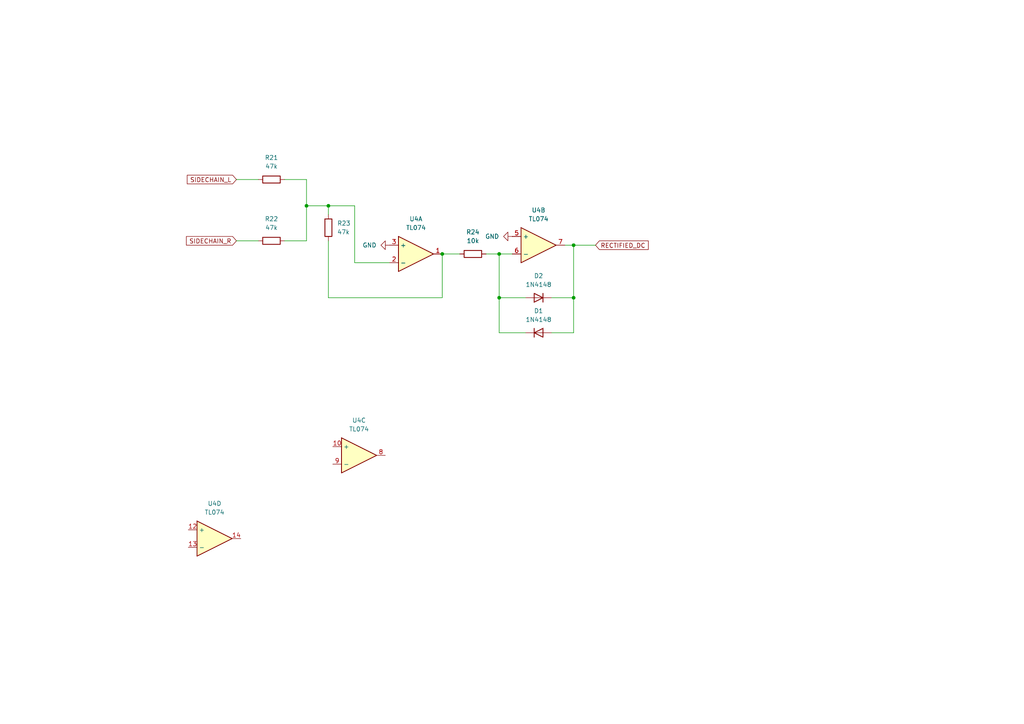
<source format=kicad_sch>
(kicad_sch (version 20250114) (generator "eeschema") (generator_version "9.0")
  (paper "A4")
  (lib_symbols
    (symbol "Device:D" (pin_numbers (hide yes)) (pin_names (offset 1.016) (hide yes))
      (property "Reference" "D" (at 0 2.54 0))
      (property "Value" "D" (at 0 -2.54 0))
      (symbol "D_0_1"
        (polyline (pts (xy -1.27 1.27) (xy -1.27 -1.27)) (stroke (width 0.254)))
        (polyline (pts (xy 1.27 1.27) (xy 1.27 -1.27) (xy -1.27 0) (xy 1.27 1.27)) (stroke (width 0.254)))
        (polyline (pts (xy 1.27 0) (xy -1.27 0)))
      )
      (symbol "D_1_1"
        (pin passive line (at -3.81 0 0) (length 2.54) (name "K") (number "1"))
        (pin passive line (at 3.81 0 180) (length 2.54) (name "A") (number "2"))
      )
    )
    (symbol "Device:Opamp_Quad"
      (property "Reference" "U" (at 0 5.08 0))
      (property "Value" "Opamp_Quad" (at 0 -5.08 0))
      (symbol "Opamp_Quad_1_1"
        (polyline (pts (xy -5.08 5.08) (xy 5.08 0) (xy -5.08 -5.08) (xy -5.08 5.08)) (stroke (width 0.254)) (fill (type background)))
        (pin input line (at -7.62 2.54 0) (length 2.54) (name "+") (number "3"))
        (pin input line (at -7.62 -2.54 0) (length 2.54) (name "-") (number "2"))
        (pin output line (at 7.62 0 180) (length 2.54) (name "~") (number "1"))
      )
      (symbol "Opamp_Quad_2_1"
        (polyline (pts (xy -5.08 5.08) (xy 5.08 0) (xy -5.08 -5.08) (xy -5.08 5.08)) (stroke (width 0.254)) (fill (type background)))
        (pin input line (at -7.62 2.54 0) (length 2.54) (name "+") (number "5"))
        (pin input line (at -7.62 -2.54 0) (length 2.54) (name "-") (number "6"))
        (pin output line (at 7.62 0 180) (length 2.54) (name "~") (number "7"))
      )
      (symbol "Opamp_Quad_3_1"
        (polyline (pts (xy -5.08 5.08) (xy 5.08 0) (xy -5.08 -5.08) (xy -5.08 5.08)) (stroke (width 0.254)) (fill (type background)))
        (pin input line (at -7.62 2.54 0) (length 2.54) (name "+") (number "10"))
        (pin input line (at -7.62 -2.54 0) (length 2.54) (name "-") (number "9"))
        (pin output line (at 7.62 0 180) (length 2.54) (name "~") (number "8"))
      )
      (symbol "Opamp_Quad_4_1"
        (polyline (pts (xy -5.08 5.08) (xy 5.08 0) (xy -5.08 -5.08) (xy -5.08 5.08)) (stroke (width 0.254)) (fill (type background)))
        (pin input line (at -7.62 2.54 0) (length 2.54) (name "+") (number "12"))
        (pin input line (at -7.62 -2.54 0) (length 2.54) (name "-") (number "13"))
        (pin output line (at 7.62 0 180) (length 2.54) (name "~") (number "14"))
      )
      (symbol "Opamp_Quad_5_1"
        (pin power_in line (at -2.54 7.62 270) (length 3.81) (name "V+") (number "4"))
        (pin power_in line (at -2.54 -7.62 90) (length 3.81) (name "V-") (number "11"))
      )
    )
    (symbol "Device:R" (pin_numbers (hide yes)) (pin_names (offset 0))
      (property "Reference" "R" (at 2.032 0 90))
      (property "Value" "R" (at 0 0 90))
      (symbol "R_0_1"
        (rectangle (start -1.016 -2.54) (end 1.016 2.54) (stroke (width 0.254)))
      )
      (symbol "R_1_1"
        (pin passive line (at 0 3.81 270) (length 1.27) (name "~") (number "1"))
        (pin passive line (at 0 -3.81 90) (length 1.27) (name "~") (number "2"))
      )
    )
    (symbol "power:GND" (power) (pin_numbers (hide yes)) (pin_names (offset 0) (hide yes))
      (property "Value" "GND" (at 0 -3.81 0))
      (symbol "GND_0_1"
        (polyline (pts (xy 0 0) (xy 0 -1.27) (xy 1.27 -1.27) (xy 0 -2.54) (xy -1.27 -1.27) (xy 0 -1.27)))
      )
      (symbol "GND_1_1"
        (pin power_in line (at 0 0 270) (length 0) (name "~") (number "1"))
      )
    )
  )
  (junction (at 128.27 73.66))
  (junction (at 144.78 73.66))
  (junction (at 95.25 59.69))
  (junction (at 144.78 86.36))
  (junction (at 88.9 59.69))
  (junction (at 166.37 86.36))
  (junction (at 166.37 71.12))
  (wire (pts (xy 82.55 52.07) (xy 88.9 52.07)))
  (wire (pts (xy 166.37 71.12) (xy 163.83 71.12)))
  (wire (pts (xy 88.9 59.69) (xy 95.25 59.69)))
  (wire (pts (xy 95.25 59.69) (xy 102.87 59.69)))
  (wire (pts (xy 88.9 59.69) (xy 88.9 69.85)))
  (wire (pts (xy 128.27 73.66) (xy 133.35 73.66)))
  (wire (pts (xy 95.25 59.69) (xy 95.25 62.23)))
  (wire (pts (xy 166.37 86.36) (xy 160.02 86.36)))
  (wire (pts (xy 95.25 69.85) (xy 95.25 86.36)))
  (wire (pts (xy 166.37 86.36) (xy 166.37 96.52)))
  (wire (pts (xy 166.37 96.52) (xy 160.02 96.52)))
  (wire (pts (xy 95.25 86.36) (xy 128.27 86.36)))
  (wire (pts (xy 140.97 73.66) (xy 144.78 73.66)))
  (wire (pts (xy 68.58 69.85) (xy 74.93 69.85)))
  (wire (pts (xy 144.78 73.66) (xy 148.59 73.66)))
  (wire (pts (xy 144.78 86.36) (xy 144.78 96.52)))
  (wire (pts (xy 152.4 96.52) (xy 144.78 96.52)))
  (wire (pts (xy 128.27 86.36) (xy 128.27 73.66)))
  (wire (pts (xy 152.4 86.36) (xy 144.78 86.36)))
  (wire (pts (xy 88.9 69.85) (xy 82.55 69.85)))
  (wire (pts (xy 88.9 52.07) (xy 88.9 59.69)))
  (wire (pts (xy 68.58 52.07) (xy 74.93 52.07)))
  (wire (pts (xy 172.72 71.12) (xy 166.37 71.12)))
  (wire (pts (xy 102.87 59.69) (xy 102.87 76.2)))
  (wire (pts (xy 166.37 71.12) (xy 166.37 86.36)))
  (wire (pts (xy 144.78 86.36) (xy 144.78 73.66)))
  (wire (pts (xy 102.87 76.2) (xy 113.03 76.2)))
  (global_label "SIDECHAIN_L" (shape input) (at 68.58 52.07 180) (property "Intersheetrefs" "${INTERSHEET_REFS}" (effects (hide yes))))
  (global_label "SIDECHAIN_R" (shape input) (at 68.58 69.85 180) (property "Intersheetrefs" "${INTERSHEET_REFS}" (effects (hide yes))))
  (global_label "RECTIFIED_DC" (shape input) (at 172.72 71.12 0) (effects (font (thickness 0.1588))) (property "Intersheetrefs" "${INTERSHEET_REFS}" (effects (hide yes))))
  (symbol (lib_id "Device:Opamp_Quad") (at 62.23 156.21 0) (unit 4)
    (property "Reference" "U4" (at 62.23 146.05 0))
    (property "Value" "TL074" (at 62.23 148.59 0))
    (property "Description" "Quad operational amplifier" (effects (hide yes)))
    (property "Sim.Library" "${KICAD9_SYMBOL_DIR}/Simulation_SPICE.sp" (effects (hide yes)))
    (property "Sim.Name" "kicad_builtin_opamp_quad" (effects (hide yes)))
    (property "Sim.Device" "SUBCKT" (effects (hide yes)))
    (property "Sim.Pins" "1=out1 2=in1- 3=in1+ 4=vcc 5=in2+ 6=in2- 7=out2 8=out3 9=in3- 10=in3+ 11=vee 12=in4+ 13=in4- 14=out4" (effects (hide yes)))
  )
  (symbol (lib_id "Device:R") (at 137.16 73.66 90) (unit 1)
    (property "Reference" "R24" (at 137.16 67.31 90))
    (property "Value" "10k" (at 137.16 69.85 90))
    (property "Footprint" "Resistor_THT:R_Axial_DIN0207_L6.3mm_D2.5mm_P2.54mm_Vertical" (effects (hide yes)))
    (property "Description" "Resistor" (effects (hide yes)))
  )
  (symbol (lib_id "Device:Opamp_Quad") (at 120.65 73.66 0) (unit 1)
    (property "Reference" "U4" (at 120.65 63.5 0))
    (property "Value" "TL074" (at 120.65 66.04 0))
    (property "Description" "Quad operational amplifier" (effects (hide yes)))
    (property "Sim.Library" "${KICAD9_SYMBOL_DIR}/Simulation_SPICE.sp" (effects (hide yes)))
    (property "Sim.Name" "kicad_builtin_opamp_quad" (effects (hide yes)))
    (property "Sim.Device" "SUBCKT" (effects (hide yes)))
    (property "Sim.Pins" "1=out1 2=in1- 3=in1+ 4=vcc 5=in2+ 6=in2- 7=out2 8=out3 9=in3- 10=in3+ 11=vee 12=in4+ 13=in4- 14=out4" (effects (hide yes)))
  )
  (symbol (lib_id "power:GND") (at 148.59 68.58 270) (unit 1)
    (property "Reference" "#PWR021" (effects (hide yes)))
    (property "Value" "GND" (at 144.78 68.5799 90) (effects (justify right)))
    (property "Description" "Power symbol creates a global label with name \"GND\" , ground" (effects (hide yes)))
  )
  (symbol (lib_id "Device:D") (at 156.21 96.52 0) (unit 1)
    (property "Reference" "D1" (at 156.21 90.17 0))
    (property "Value" "1N4148" (at 156.21 92.71 0))
    (property "Footprint" "Diode_THT:D_DO-35_SOD27_P7.62mm_Horizontal" (effects (hide yes)))
    (property "Description" "Diode" (effects (hide yes)))
    (property "Sim.Device" "D" (effects (hide yes)))
    (property "Sim.Pins" "1=K 2=A" (effects (hide yes)))
  )
  (symbol (lib_id "Device:Opamp_Quad") (at 104.14 132.08 0) (unit 3)
    (property "Reference" "U4" (at 104.14 121.92 0))
    (property "Value" "TL074" (at 104.14 124.46 0))
    (property "Description" "Quad operational amplifier" (effects (hide yes)))
    (property "Sim.Library" "${KICAD9_SYMBOL_DIR}/Simulation_SPICE.sp" (effects (hide yes)))
    (property "Sim.Name" "kicad_builtin_opamp_quad" (effects (hide yes)))
    (property "Sim.Device" "SUBCKT" (effects (hide yes)))
    (property "Sim.Pins" "1=out1 2=in1- 3=in1+ 4=vcc 5=in2+ 6=in2- 7=out2 8=out3 9=in3- 10=in3+ 11=vee 12=in4+ 13=in4- 14=out4" (effects (hide yes)))
  )
  (symbol (lib_id "Device:Opamp_Quad") (at 156.21 71.12 0) (unit 2)
    (property "Reference" "U4" (at 156.21 60.96 0))
    (property "Value" "TL074" (at 156.21 63.5 0))
    (property "Description" "Quad operational amplifier" (effects (hide yes)))
    (property "Sim.Library" "${KICAD9_SYMBOL_DIR}/Simulation_SPICE.sp" (effects (hide yes)))
    (property "Sim.Name" "kicad_builtin_opamp_quad" (effects (hide yes)))
    (property "Sim.Device" "SUBCKT" (effects (hide yes)))
    (property "Sim.Pins" "1=out1 2=in1- 3=in1+ 4=vcc 5=in2+ 6=in2- 7=out2 8=out3 9=in3- 10=in3+ 11=vee 12=in4+ 13=in4- 14=out4" (effects (hide yes)))
  )
  (symbol (lib_id "Device:R") (at 95.25 66.04 180) (unit 1)
    (property "Reference" "R23" (at 97.79 64.7699 0) (effects (justify right)))
    (property "Value" "47k" (at 97.79 67.3099 0) (effects (justify right)))
    (property "Footprint" "Resistor_THT:R_Axial_DIN0207_L6.3mm_D2.5mm_P2.54mm_Vertical" (effects (hide yes)))
    (property "Description" "Resistor" (effects (hide yes)))
  )
  (symbol (lib_id "Device:D") (at 156.21 86.36 180) (unit 1)
    (property "Reference" "D2" (at 156.21 80.01 0))
    (property "Value" "1N4148" (at 156.21 82.55 0))
    (property "Footprint" "Diode_THT:D_DO-35_SOD27_P7.62mm_Horizontal" (effects (hide yes)))
    (property "Description" "Diode" (effects (hide yes)))
    (property "Sim.Device" "D" (effects (hide yes)))
    (property "Sim.Pins" "1=K 2=A" (effects (hide yes)))
  )
  (symbol (lib_id "Device:R") (at 78.74 69.85 90) (unit 1)
    (property "Reference" "R22" (at 78.74 63.5 90))
    (property "Value" "47k" (at 78.74 66.04 90))
    (property "Footprint" "Resistor_THT:R_Axial_DIN0207_L6.3mm_D2.5mm_P2.54mm_Vertical" (effects (hide yes)))
    (property "Description" "Resistor" (effects (hide yes)))
  )
  (symbol (lib_id "power:GND") (at 113.03 71.12 270) (unit 1)
    (property "Reference" "#PWR020" (effects (hide yes)))
    (property "Value" "GND" (at 109.22 71.1199 90) (effects (justify right)))
    (property "Description" "Power symbol creates a global label with name \"GND\" , ground" (effects (hide yes)))
  )
  (symbol (lib_id "Device:R") (at 78.74 52.07 90) (unit 1)
    (property "Reference" "R21" (at 78.74 45.72 90))
    (property "Value" "47k" (at 78.74 48.26 90))
    (property "Footprint" "Resistor_THT:R_Axial_DIN0207_L6.3mm_D2.5mm_P2.54mm_Vertical" (effects (hide yes)))
    (property "Description" "Resistor" (effects (hide yes)))
  )
)
</source>
